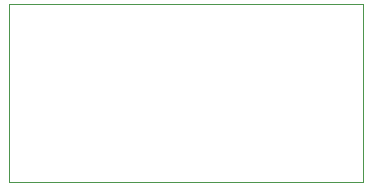
<source format=gm1>
%TF.GenerationSoftware,KiCad,Pcbnew,(5.1.10)-1*%
%TF.CreationDate,2021-11-11T19:08:29-05:00*%
%TF.ProjectId,MPPT Chip,4d505054-2043-4686-9970-2e6b69636164,v01*%
%TF.SameCoordinates,Original*%
%TF.FileFunction,Profile,NP*%
%FSLAX46Y46*%
G04 Gerber Fmt 4.6, Leading zero omitted, Abs format (unit mm)*
G04 Created by KiCad (PCBNEW (5.1.10)-1) date 2021-11-11 19:08:29*
%MOMM*%
%LPD*%
G01*
G04 APERTURE LIST*
%TA.AperFunction,Profile*%
%ADD10C,0.001000*%
%TD*%
G04 APERTURE END LIST*
D10*
X60000000Y-90000000D02*
X60000000Y-105000000D01*
X90000000Y-105000000D02*
X60000000Y-105000000D01*
X90000000Y-90000000D02*
X90000000Y-105000000D01*
X60000000Y-90000000D02*
X90000000Y-90000000D01*
M02*

</source>
